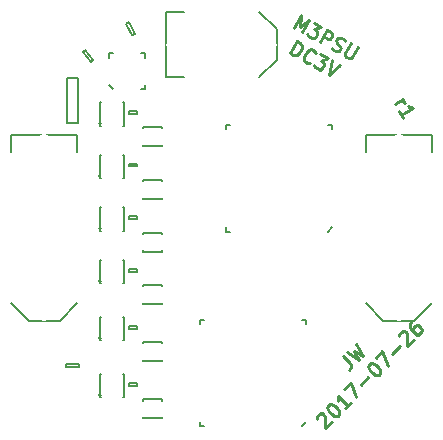
<source format=gto>
G04 #@! TF.GenerationSoftware,KiCad,Pcbnew,no-vcs-found-d3b382c~59~ubuntu16.04.1*
G04 #@! TF.CreationDate,2017-07-27T00:58:42+01:00*
G04 #@! TF.ProjectId,DCDC-3V,444344432D33562E6B696361645F7063,1*
G04 #@! TF.SameCoordinates,Original
G04 #@! TF.FileFunction,Legend,Top*
G04 #@! TF.FilePolarity,Positive*
%FSLAX46Y46*%
G04 Gerber Fmt 4.6, Leading zero omitted, Abs format (unit mm)*
G04 Created by KiCad (PCBNEW no-vcs-found-d3b382c~59~ubuntu16.04.1) date Thu Jul 27 00:58:42 2017*
%MOMM*%
%LPD*%
G01*
G04 APERTURE LIST*
%ADD10C,0.250000*%
%ADD11C,0.150000*%
%ADD12R,0.702000X0.702000*%
%ADD13R,0.250000X0.700000*%
%ADD14R,0.700000X0.250000*%
%ADD15R,0.300000X0.250000*%
%ADD16R,0.620000X0.200000*%
%ADD17R,1.100000X0.670000*%
%ADD18R,0.980000X3.400000*%
%ADD19R,0.740000X2.920000*%
%ADD20C,1.200000*%
%ADD21R,2.920000X0.740000*%
%ADD22R,0.620000X0.620000*%
%ADD23R,0.400000X0.850000*%
%ADD24R,0.400000X0.455000*%
%ADD25R,1.050000X1.100000*%
%ADD26R,1.000000X0.950000*%
%ADD27C,1.150000*%
%ADD28C,0.100000*%
%ADD29R,0.250000X0.600000*%
%ADD30R,0.600000X0.250000*%
%ADD31R,1.702000X1.702000*%
%ADD32R,1.450000X1.150000*%
%ADD33C,1.000000*%
G04 APERTURE END LIST*
D10*
X110296890Y-110874200D02*
X110902982Y-111480292D01*
X110983794Y-111641916D01*
X110983794Y-111803541D01*
X110902982Y-111965165D01*
X110822170Y-112045977D01*
X110620139Y-110550951D02*
X111670698Y-111197449D01*
X111226231Y-110429733D01*
X111993947Y-110874200D01*
X111347449Y-109823642D01*
X108069504Y-116162349D02*
X108069504Y-116081537D01*
X108109910Y-115960318D01*
X108311941Y-115758288D01*
X108433159Y-115717882D01*
X108513971Y-115717882D01*
X108635190Y-115758288D01*
X108716002Y-115839100D01*
X108796814Y-116000725D01*
X108796814Y-116970471D01*
X109322093Y-116445192D01*
X108998844Y-115071384D02*
X109079657Y-114990572D01*
X109200875Y-114950166D01*
X109281687Y-114950166D01*
X109402906Y-114990572D01*
X109604936Y-115111790D01*
X109806967Y-115313821D01*
X109928185Y-115515851D01*
X109968591Y-115637070D01*
X109968591Y-115717882D01*
X109928185Y-115839100D01*
X109847373Y-115919912D01*
X109726154Y-115960318D01*
X109645342Y-115960318D01*
X109524124Y-115919912D01*
X109322093Y-115798694D01*
X109120063Y-115596663D01*
X108998844Y-115394633D01*
X108958438Y-115273415D01*
X108958438Y-115192602D01*
X108998844Y-115071384D01*
X110938337Y-114828948D02*
X110453464Y-115313821D01*
X110695901Y-115071384D02*
X109847373Y-114222856D01*
X109887779Y-114424887D01*
X109887779Y-114586511D01*
X109847373Y-114707729D01*
X110372652Y-113697577D02*
X110938337Y-113131891D01*
X111423211Y-114344074D01*
X111786866Y-113333922D02*
X112433363Y-112687424D01*
X112473769Y-111596459D02*
X112554581Y-111515647D01*
X112675800Y-111475241D01*
X112756612Y-111475241D01*
X112877830Y-111515647D01*
X113079861Y-111636866D01*
X113281891Y-111838896D01*
X113403110Y-112040927D01*
X113443516Y-112162145D01*
X113443516Y-112242957D01*
X113403110Y-112364175D01*
X113322297Y-112444988D01*
X113201079Y-112485394D01*
X113120267Y-112485394D01*
X112999049Y-112444988D01*
X112797018Y-112323769D01*
X112594988Y-112121739D01*
X112473769Y-111919708D01*
X112433363Y-111798490D01*
X112433363Y-111717678D01*
X112473769Y-111596459D01*
X113039455Y-111030774D02*
X113605140Y-110465089D01*
X114090013Y-111677272D01*
X114453668Y-110667119D02*
X115100166Y-110020621D01*
X115019354Y-109212499D02*
X115019354Y-109131687D01*
X115059760Y-109010469D01*
X115261790Y-108808438D01*
X115383009Y-108768032D01*
X115463821Y-108768032D01*
X115585039Y-108808438D01*
X115665851Y-108889251D01*
X115746663Y-109050875D01*
X115746663Y-110020621D01*
X116271943Y-109495342D01*
X116150725Y-107919504D02*
X115989100Y-108081129D01*
X115948694Y-108202347D01*
X115948694Y-108283159D01*
X115989100Y-108485190D01*
X116110318Y-108687220D01*
X116433567Y-109010469D01*
X116554786Y-109050875D01*
X116635598Y-109050875D01*
X116756816Y-109010469D01*
X116918440Y-108848844D01*
X116958847Y-108727626D01*
X116958847Y-108646814D01*
X116918440Y-108525596D01*
X116716410Y-108323565D01*
X116595192Y-108283159D01*
X116514379Y-108283159D01*
X116393161Y-108323565D01*
X116231537Y-108485190D01*
X116191131Y-108606408D01*
X116191131Y-108687220D01*
X116231537Y-108808438D01*
X114676300Y-89552326D02*
X115369120Y-89152326D01*
X115171172Y-89266611D02*
X115298717Y-89258956D01*
X115376776Y-89279871D01*
X115483406Y-89350274D01*
X115540549Y-89449249D01*
X115362014Y-90740018D02*
X115019157Y-90146172D01*
X115190586Y-90443095D02*
X116229816Y-89843095D01*
X116024212Y-89829835D01*
X115868095Y-89788003D01*
X115761465Y-89717600D01*
X106109801Y-83084693D02*
X106691573Y-82035149D01*
X106625869Y-82978747D01*
X107391268Y-82422997D01*
X106809497Y-83472541D01*
X107791095Y-82644624D02*
X108440812Y-83004768D01*
X107869337Y-83210671D01*
X108019272Y-83293781D01*
X108091525Y-83399166D01*
X108113800Y-83476848D01*
X108108371Y-83604508D01*
X107969854Y-83854399D01*
X107864469Y-83926652D01*
X107786787Y-83948927D01*
X107659127Y-83943498D01*
X107359258Y-83777278D01*
X107287005Y-83671893D01*
X107264730Y-83594211D01*
X108308845Y-84303643D02*
X108890616Y-83254099D01*
X109290443Y-83475726D01*
X109362696Y-83581111D01*
X109384971Y-83658793D01*
X109379542Y-83786453D01*
X109296432Y-83936388D01*
X109191047Y-84008641D01*
X109113365Y-84030916D01*
X108985705Y-84025487D01*
X108585879Y-83803860D01*
X109336114Y-84807733D02*
X109458345Y-84940821D01*
X109708236Y-85079338D01*
X109835896Y-85084767D01*
X109913578Y-85062492D01*
X110018963Y-84990239D01*
X110074370Y-84890282D01*
X110079799Y-84762622D01*
X110057524Y-84684941D01*
X109985271Y-84579555D01*
X109813061Y-84418764D01*
X109740808Y-84313378D01*
X109718533Y-84235697D01*
X109723961Y-84108037D01*
X109779368Y-84008080D01*
X109884753Y-83935827D01*
X109962435Y-83913552D01*
X110090095Y-83918981D01*
X110339986Y-84057498D01*
X110462218Y-84190586D01*
X110939725Y-84389939D02*
X110468768Y-85239569D01*
X110463339Y-85367229D01*
X110485614Y-85444911D01*
X110557867Y-85550296D01*
X110757780Y-85661110D01*
X110885440Y-85666538D01*
X110963122Y-85644263D01*
X111068507Y-85572010D01*
X111539465Y-84722380D01*
X105790648Y-85251659D02*
X106372419Y-84202115D01*
X106622311Y-84340632D01*
X106744542Y-84473721D01*
X106789092Y-84629084D01*
X106783663Y-84756744D01*
X106722828Y-84984360D01*
X106639718Y-85134295D01*
X106478926Y-85306505D01*
X106373541Y-85378758D01*
X106218177Y-85423308D01*
X106040539Y-85390176D01*
X105790648Y-85251659D01*
X107495337Y-86065915D02*
X107417656Y-86088190D01*
X107240018Y-86055058D01*
X107140061Y-85999651D01*
X107017830Y-85866562D01*
X106973280Y-85711199D01*
X106978708Y-85583539D01*
X107039544Y-85355923D01*
X107122654Y-85205988D01*
X107283446Y-85033778D01*
X107388831Y-84961525D01*
X107544194Y-84916975D01*
X107721833Y-84950107D01*
X107821789Y-85005514D01*
X107944020Y-85138602D01*
X107966295Y-85216284D01*
X108371550Y-85310251D02*
X109021268Y-85670396D01*
X108449792Y-85876298D01*
X108599727Y-85959408D01*
X108671980Y-86064793D01*
X108694255Y-86142475D01*
X108688827Y-86270135D01*
X108550310Y-86520026D01*
X108444925Y-86592279D01*
X108367243Y-86614554D01*
X108239583Y-86609126D01*
X107939713Y-86442905D01*
X107867460Y-86337520D01*
X107845185Y-86259839D01*
X109321137Y-85836616D02*
X109089213Y-87080084D01*
X110020833Y-86224464D01*
D11*
X107180000Y-107795000D02*
X107180000Y-108145000D01*
X106830000Y-107795000D02*
X107180000Y-107795000D01*
X98180000Y-107795000D02*
X98180000Y-108145000D01*
X98530000Y-107795000D02*
X98180000Y-107795000D01*
X98180000Y-116795000D02*
X98180000Y-116445000D01*
X98530000Y-116795000D02*
X98180000Y-116795000D01*
X107180000Y-116445000D02*
X106830000Y-116795000D01*
X109350000Y-91340000D02*
X109350000Y-91690000D01*
X109000000Y-91340000D02*
X109350000Y-91340000D01*
X100350000Y-91340000D02*
X100350000Y-91690000D01*
X100700000Y-91340000D02*
X100350000Y-91340000D01*
X100350000Y-100340000D02*
X100350000Y-99990000D01*
X100700000Y-100340000D02*
X100350000Y-100340000D01*
X109350000Y-99990000D02*
X109000000Y-100340000D01*
X94950000Y-106450000D02*
X93350000Y-106450000D01*
X94950000Y-104850000D02*
X93350000Y-104850000D01*
X93350000Y-106450000D02*
X93350000Y-106350000D01*
X94950000Y-106350000D02*
X94950000Y-106450000D01*
X94950000Y-104850000D02*
X94950000Y-104950000D01*
X93350000Y-104950000D02*
X93350000Y-104850000D01*
X94950000Y-93100000D02*
X93350000Y-93100000D01*
X94950000Y-91500000D02*
X93350000Y-91500000D01*
X93350000Y-93100000D02*
X93350000Y-93000000D01*
X94950000Y-93000000D02*
X94950000Y-93100000D01*
X94950000Y-91500000D02*
X94950000Y-91600000D01*
X93350000Y-91600000D02*
X93350000Y-91500000D01*
X87870000Y-87325000D02*
X87870000Y-91175000D01*
X86880000Y-87325000D02*
X87870000Y-87325000D01*
X86880000Y-91175000D02*
X86880000Y-87325000D01*
X87870000Y-91175000D02*
X86880000Y-91175000D01*
X96810000Y-81715000D02*
X95310000Y-81715000D01*
X95310000Y-81715000D02*
X95310000Y-87285000D01*
X95310000Y-87285000D02*
X96810000Y-87285000D01*
X103190000Y-87285000D02*
X104690000Y-85785000D01*
X104690000Y-85785000D02*
X104690000Y-83215000D01*
X104690000Y-83215000D02*
X103190000Y-81715000D01*
X117785000Y-93635000D02*
X117785000Y-92135000D01*
X117785000Y-92135000D02*
X112215000Y-92135000D01*
X112215000Y-92135000D02*
X112215000Y-93635000D01*
X112215000Y-106365000D02*
X113715000Y-107865000D01*
X113715000Y-107865000D02*
X116285000Y-107865000D01*
X116285000Y-107865000D02*
X117785000Y-106365000D01*
X87785000Y-93635000D02*
X87785000Y-92135000D01*
X87785000Y-92135000D02*
X82215000Y-92135000D01*
X82215000Y-92135000D02*
X82215000Y-93635000D01*
X82215000Y-106365000D02*
X83715000Y-107865000D01*
X83715000Y-107865000D02*
X86285000Y-107865000D01*
X86285000Y-107865000D02*
X87785000Y-106365000D01*
X89789868Y-91185000D02*
G75*
G03X89789868Y-91185000I-94868J0D01*
G01*
X89800000Y-91375000D02*
X89725000Y-91375000D01*
X89725000Y-89375000D02*
X89800000Y-89375000D01*
X91650000Y-89375000D02*
X91725000Y-89375000D01*
X91725000Y-91375000D02*
X91650000Y-91375000D01*
X91725000Y-89375000D02*
X91725000Y-91375000D01*
X89725000Y-91375000D02*
X89725000Y-89375000D01*
X92850000Y-90375000D02*
X92200000Y-90375000D01*
X92850000Y-90125000D02*
X92850000Y-90375000D01*
X92200000Y-90125000D02*
X92850000Y-90125000D01*
X92200000Y-90375000D02*
X92200000Y-90125000D01*
X92850000Y-94825000D02*
X92200000Y-94825000D01*
X92850000Y-94575000D02*
X92850000Y-94825000D01*
X92200000Y-94575000D02*
X92850000Y-94575000D01*
X92200000Y-94825000D02*
X92200000Y-94575000D01*
X92200000Y-99275000D02*
X92200000Y-99025000D01*
X92200000Y-99025000D02*
X92850000Y-99025000D01*
X92850000Y-99025000D02*
X92850000Y-99275000D01*
X92850000Y-99275000D02*
X92200000Y-99275000D01*
X92200000Y-103725000D02*
X92200000Y-103475000D01*
X92200000Y-103475000D02*
X92850000Y-103475000D01*
X92850000Y-103475000D02*
X92850000Y-103725000D01*
X92850000Y-103725000D02*
X92200000Y-103725000D01*
X89789868Y-95631000D02*
G75*
G03X89789868Y-95631000I-94868J0D01*
G01*
X89800000Y-95821000D02*
X89725000Y-95821000D01*
X89725000Y-93821000D02*
X89800000Y-93821000D01*
X91650000Y-93821000D02*
X91725000Y-93821000D01*
X91725000Y-95821000D02*
X91650000Y-95821000D01*
X91725000Y-93821000D02*
X91725000Y-95821000D01*
X89725000Y-95821000D02*
X89725000Y-93821000D01*
X89725000Y-100271000D02*
X89725000Y-98271000D01*
X91725000Y-98271000D02*
X91725000Y-100271000D01*
X91725000Y-100271000D02*
X91650000Y-100271000D01*
X91650000Y-98271000D02*
X91725000Y-98271000D01*
X89725000Y-98271000D02*
X89800000Y-98271000D01*
X89800000Y-100271000D02*
X89725000Y-100271000D01*
X89789868Y-100081000D02*
G75*
G03X89789868Y-100081000I-94868J0D01*
G01*
X89789868Y-104535000D02*
G75*
G03X89789868Y-104535000I-94868J0D01*
G01*
X89800000Y-104725000D02*
X89725000Y-104725000D01*
X89725000Y-102725000D02*
X89800000Y-102725000D01*
X91650000Y-102725000D02*
X91725000Y-102725000D01*
X91725000Y-104725000D02*
X91650000Y-104725000D01*
X91725000Y-102725000D02*
X91725000Y-104725000D01*
X89725000Y-104725000D02*
X89725000Y-102725000D01*
X91954271Y-82729358D02*
X92180848Y-82623703D01*
X92180848Y-82623703D02*
X92645729Y-83620642D01*
X92645729Y-83620642D02*
X92419152Y-83726297D01*
X92419152Y-83726297D02*
X91954271Y-82729358D01*
X88957778Y-85961673D02*
X88250711Y-85119024D01*
X89149289Y-85800976D02*
X88957778Y-85961673D01*
X88442222Y-84958327D02*
X89149289Y-85800976D01*
X88250711Y-85119024D02*
X88442222Y-84958327D01*
X90850000Y-88249999D02*
X90500000Y-87899999D01*
X90500000Y-85599999D02*
X90500000Y-85249999D01*
X90500000Y-85249999D02*
X90850000Y-85249999D01*
X93500000Y-85599999D02*
X93500000Y-85249999D01*
X93500000Y-85249999D02*
X93150000Y-85249999D01*
X93500000Y-87899999D02*
X93500000Y-88249999D01*
X93500000Y-88249999D02*
X93150000Y-88249999D01*
X89725000Y-109547500D02*
X89725000Y-107547500D01*
X91725000Y-107547500D02*
X91725000Y-109547500D01*
X91725000Y-109547500D02*
X91650000Y-109547500D01*
X91650000Y-107547500D02*
X91725000Y-107547500D01*
X89725000Y-107547500D02*
X89800000Y-107547500D01*
X89800000Y-109547500D02*
X89725000Y-109547500D01*
X89789868Y-109357500D02*
G75*
G03X89789868Y-109357500I-94868J0D01*
G01*
X89725000Y-114375000D02*
X89725000Y-112375000D01*
X91725000Y-112375000D02*
X91725000Y-114375000D01*
X91725000Y-114375000D02*
X91650000Y-114375000D01*
X91650000Y-112375000D02*
X91725000Y-112375000D01*
X89725000Y-112375000D02*
X89800000Y-112375000D01*
X89800000Y-114375000D02*
X89725000Y-114375000D01*
X89789868Y-114185000D02*
G75*
G03X89789868Y-114185000I-94868J0D01*
G01*
X92850000Y-108550000D02*
X92200000Y-108550000D01*
X92850000Y-108300000D02*
X92850000Y-108550000D01*
X92200000Y-108300000D02*
X92850000Y-108300000D01*
X92200000Y-108550000D02*
X92200000Y-108300000D01*
X92850000Y-113375000D02*
X92200000Y-113375000D01*
X92850000Y-113125000D02*
X92850000Y-113375000D01*
X92200000Y-113125000D02*
X92850000Y-113125000D01*
X92200000Y-113375000D02*
X92200000Y-113125000D01*
X93350000Y-96085000D02*
X93350000Y-95985000D01*
X94950000Y-95985000D02*
X94950000Y-96085000D01*
X94950000Y-97485000D02*
X94950000Y-97585000D01*
X93350000Y-97585000D02*
X93350000Y-97485000D01*
X94950000Y-95985000D02*
X93350000Y-95985000D01*
X94950000Y-97585000D02*
X93350000Y-97585000D01*
X93350000Y-100525000D02*
X93350000Y-100425000D01*
X94950000Y-100425000D02*
X94950000Y-100525000D01*
X94950000Y-101925000D02*
X94950000Y-102025000D01*
X93350000Y-102025000D02*
X93350000Y-101925000D01*
X94950000Y-100425000D02*
X93350000Y-100425000D01*
X94950000Y-102025000D02*
X93350000Y-102025000D01*
X93350000Y-109800000D02*
X93350000Y-109700000D01*
X94950000Y-109700000D02*
X94950000Y-109800000D01*
X94950000Y-111200000D02*
X94950000Y-111300000D01*
X93350000Y-111300000D02*
X93350000Y-111200000D01*
X94950000Y-109700000D02*
X93350000Y-109700000D01*
X94950000Y-111300000D02*
X93350000Y-111300000D01*
X94950000Y-116150000D02*
X93350000Y-116150000D01*
X94950000Y-114550000D02*
X93350000Y-114550000D01*
X93350000Y-116150000D02*
X93350000Y-116050000D01*
X94950000Y-116050000D02*
X94950000Y-116150000D01*
X94950000Y-114550000D02*
X94950000Y-114650000D01*
X93350000Y-114650000D02*
X93350000Y-114550000D01*
X86800000Y-111800000D02*
X86800000Y-111550000D01*
X86800000Y-111550000D02*
X87900000Y-111550000D01*
X87900000Y-111550000D02*
X87900000Y-111800000D01*
X87900000Y-111800000D02*
X86800000Y-111800000D01*
%LPC*%
D12*
X100080000Y-109695000D03*
X100080000Y-110995000D03*
X100080000Y-112295000D03*
X100080000Y-113595000D03*
X100080000Y-114895000D03*
X101380000Y-109695000D03*
X101380000Y-110995000D03*
X101380000Y-112295000D03*
X101380000Y-113595000D03*
X101380000Y-114895000D03*
X102680000Y-109695000D03*
X102680000Y-110995000D03*
X102680000Y-112295000D03*
X102680000Y-113595000D03*
X102680000Y-114895000D03*
X103980000Y-109695000D03*
X103980000Y-110995000D03*
X103980000Y-112295000D03*
X103980000Y-113595000D03*
X103980000Y-114895000D03*
X105280000Y-109695000D03*
X105280000Y-110995000D03*
X105280000Y-112295000D03*
X105280000Y-113595000D03*
X105280000Y-114895000D03*
D13*
X106430000Y-116695000D03*
X105930000Y-116695000D03*
X105430000Y-116695000D03*
X104930000Y-116695000D03*
X104430000Y-116695000D03*
X103930000Y-116695000D03*
X103430000Y-116695000D03*
X102930000Y-116695000D03*
X102430000Y-116695000D03*
X101930000Y-116695000D03*
X101430000Y-116695000D03*
X100930000Y-116695000D03*
X100430000Y-116695000D03*
X99930000Y-116695000D03*
X99430000Y-116695000D03*
X98930000Y-116695000D03*
D14*
X98280000Y-116045000D03*
X98280000Y-115545000D03*
X98280000Y-115045000D03*
X98280000Y-114545000D03*
X98280000Y-114045000D03*
X98280000Y-113545000D03*
X98280000Y-113045000D03*
X98280000Y-112545000D03*
X98280000Y-112045000D03*
X98280000Y-111545000D03*
X98280000Y-111045000D03*
X98280000Y-110545000D03*
X98280000Y-110045000D03*
X98280000Y-109545000D03*
X98280000Y-109045000D03*
X98280000Y-108545000D03*
D13*
X98930000Y-107895000D03*
X99430000Y-107895000D03*
X99930000Y-107895000D03*
X100430000Y-107895000D03*
X100930000Y-107895000D03*
X101430000Y-107895000D03*
X101930000Y-107895000D03*
X102430000Y-107895000D03*
X102930000Y-107895000D03*
X103430000Y-107895000D03*
X103930000Y-107895000D03*
X104430000Y-107895000D03*
X104930000Y-107895000D03*
X105430000Y-107895000D03*
X105930000Y-107895000D03*
X106430000Y-107895000D03*
D14*
X107080000Y-108545000D03*
X107080000Y-109045000D03*
X107080000Y-109545000D03*
X107080000Y-110045000D03*
X107080000Y-110545000D03*
X107080000Y-111045000D03*
X107080000Y-111545000D03*
X107080000Y-112045000D03*
X107080000Y-112545000D03*
X107080000Y-113045000D03*
X107080000Y-113545000D03*
X107080000Y-114045000D03*
X107080000Y-114545000D03*
X107080000Y-115045000D03*
X107080000Y-115545000D03*
X107080000Y-116045000D03*
D12*
X102250000Y-93240000D03*
X102250000Y-94540000D03*
X102250000Y-95840000D03*
X102250000Y-97140000D03*
X102250000Y-98440000D03*
X103550000Y-93240000D03*
X103550000Y-94540000D03*
X103550000Y-95840000D03*
X103550000Y-97140000D03*
X103550000Y-98440000D03*
X104850000Y-93240000D03*
X104850000Y-94540000D03*
X104850000Y-95840000D03*
X104850000Y-97140000D03*
X104850000Y-98440000D03*
X106150000Y-93240000D03*
X106150000Y-94540000D03*
X106150000Y-95840000D03*
X106150000Y-97140000D03*
X106150000Y-98440000D03*
X107450000Y-93240000D03*
X107450000Y-94540000D03*
X107450000Y-95840000D03*
X107450000Y-97140000D03*
X107450000Y-98440000D03*
D13*
X108600000Y-100240000D03*
X108100000Y-100240000D03*
X107600000Y-100240000D03*
X107100000Y-100240000D03*
X106600000Y-100240000D03*
X106100000Y-100240000D03*
X105600000Y-100240000D03*
X105100000Y-100240000D03*
X104600000Y-100240000D03*
X104100000Y-100240000D03*
X103600000Y-100240000D03*
X103100000Y-100240000D03*
X102600000Y-100240000D03*
X102100000Y-100240000D03*
X101600000Y-100240000D03*
X101100000Y-100240000D03*
D14*
X100450000Y-99590000D03*
X100450000Y-99090000D03*
X100450000Y-98590000D03*
X100450000Y-98090000D03*
X100450000Y-97590000D03*
X100450000Y-97090000D03*
X100450000Y-96590000D03*
X100450000Y-96090000D03*
X100450000Y-95590000D03*
X100450000Y-95090000D03*
X100450000Y-94590000D03*
X100450000Y-94090000D03*
X100450000Y-93590000D03*
X100450000Y-93090000D03*
X100450000Y-92590000D03*
X100450000Y-92090000D03*
D13*
X101100000Y-91440000D03*
X101600000Y-91440000D03*
X102100000Y-91440000D03*
X102600000Y-91440000D03*
X103100000Y-91440000D03*
X103600000Y-91440000D03*
X104100000Y-91440000D03*
X104600000Y-91440000D03*
X105100000Y-91440000D03*
X105600000Y-91440000D03*
X106100000Y-91440000D03*
X106600000Y-91440000D03*
X107100000Y-91440000D03*
X107600000Y-91440000D03*
X108100000Y-91440000D03*
X108600000Y-91440000D03*
D14*
X109250000Y-92090000D03*
X109250000Y-92590000D03*
X109250000Y-93090000D03*
X109250000Y-93590000D03*
X109250000Y-94090000D03*
X109250000Y-94590000D03*
X109250000Y-95090000D03*
X109250000Y-95590000D03*
X109250000Y-96090000D03*
X109250000Y-96590000D03*
X109250000Y-97090000D03*
X109250000Y-97590000D03*
X109250000Y-98090000D03*
X109250000Y-98590000D03*
X109250000Y-99090000D03*
X109250000Y-99590000D03*
D15*
X94850000Y-105150000D03*
X94850000Y-105650000D03*
X94850000Y-106150000D03*
D16*
X94210000Y-106150000D03*
D17*
X94150000Y-105440000D03*
D15*
X93450000Y-105150000D03*
X93450000Y-105650000D03*
X93450000Y-106150000D03*
X94850000Y-91800000D03*
X94850000Y-92300000D03*
X94850000Y-92800000D03*
D16*
X94210000Y-92800000D03*
D17*
X94150000Y-92090000D03*
D15*
X93450000Y-91800000D03*
X93450000Y-92300000D03*
X93450000Y-92800000D03*
D18*
X86190000Y-89250000D03*
X88560000Y-89250000D03*
D19*
X97460000Y-86215000D03*
X97460000Y-82785000D03*
X98730000Y-86215000D03*
X98730000Y-82785000D03*
X100000000Y-86215000D03*
X100000000Y-82785000D03*
X101270000Y-86215000D03*
X101270000Y-82785000D03*
X102540000Y-86215000D03*
X102540000Y-82785000D03*
D20*
X115000000Y-107305000D03*
X115000000Y-92695000D03*
D21*
X113285000Y-94285000D03*
X116715000Y-94285000D03*
X113285000Y-95555000D03*
X116715000Y-95555000D03*
X113285000Y-96825000D03*
X116715000Y-96825000D03*
X113285000Y-98095000D03*
X116715000Y-98095000D03*
X113285000Y-99365000D03*
X116715000Y-99365000D03*
X113285000Y-100635000D03*
X116715000Y-100635000D03*
X113285000Y-101905000D03*
X116715000Y-101905000D03*
X113285000Y-103175000D03*
X116715000Y-103175000D03*
X113285000Y-104445000D03*
X116715000Y-104445000D03*
X113285000Y-105715000D03*
X116715000Y-105715000D03*
D20*
X85000000Y-107305000D03*
X85000000Y-92695000D03*
D21*
X83285000Y-94285000D03*
X86715000Y-94285000D03*
X83285000Y-95555000D03*
X86715000Y-95555000D03*
X83285000Y-96825000D03*
X86715000Y-96825000D03*
X83285000Y-98095000D03*
X86715000Y-98095000D03*
X83285000Y-99365000D03*
X86715000Y-99365000D03*
X83285000Y-100635000D03*
X86715000Y-100635000D03*
X83285000Y-101905000D03*
X86715000Y-101905000D03*
X83285000Y-103175000D03*
X86715000Y-103175000D03*
X83285000Y-104445000D03*
X86715000Y-104445000D03*
X83285000Y-105715000D03*
X86715000Y-105715000D03*
D20*
X104130000Y-84500000D03*
X95870000Y-84500000D03*
D22*
X108075000Y-111325000D03*
X108075000Y-110425000D03*
X99950000Y-117850000D03*
X100850000Y-117850000D03*
X108075000Y-108550000D03*
X108075000Y-109450000D03*
X97225000Y-111875000D03*
X97225000Y-110975000D03*
X102225000Y-106675000D03*
X102225000Y-105775000D03*
X97325000Y-108775000D03*
X97325000Y-107875000D03*
X104075000Y-105775000D03*
X104075000Y-106675000D03*
X97525000Y-106925000D03*
X98425000Y-106925000D03*
X105000000Y-105775000D03*
X105000000Y-106675000D03*
X103150000Y-105775000D03*
X103150000Y-106675000D03*
X101300000Y-105775000D03*
X101300000Y-106675000D03*
X90975000Y-93050000D03*
X90075000Y-93050000D03*
X90975000Y-97500000D03*
X90075000Y-97500000D03*
X90975000Y-101950000D03*
X90075000Y-101950000D03*
X90975000Y-106400000D03*
X90075000Y-106400000D03*
X90075000Y-92125000D03*
X90975000Y-92125000D03*
X90075000Y-96575000D03*
X90975000Y-96575000D03*
X90075000Y-101025000D03*
X90975000Y-101025000D03*
X90075000Y-105475000D03*
X90975000Y-105475000D03*
D23*
X91375000Y-90279000D03*
D24*
X91375000Y-89452500D03*
X91375000Y-91297500D03*
X90725000Y-89452500D03*
X90075000Y-89452500D03*
X90075000Y-91297500D03*
D25*
X90400000Y-90375000D03*
D24*
X90725000Y-91297500D03*
D26*
X92525000Y-89450000D03*
X92525000Y-91050000D03*
X92525000Y-93900000D03*
X92525000Y-95500000D03*
X92525000Y-99950000D03*
X92525000Y-98350000D03*
X92525000Y-104400000D03*
X92525000Y-102800000D03*
D23*
X91375000Y-94725000D03*
D24*
X91375000Y-93898500D03*
X91375000Y-95743500D03*
X90725000Y-93898500D03*
X90075000Y-93898500D03*
X90075000Y-95743500D03*
D25*
X90400000Y-94821000D03*
D24*
X90725000Y-95743500D03*
X90725000Y-100193500D03*
D25*
X90400000Y-99271000D03*
D24*
X90075000Y-100193500D03*
X90075000Y-98348500D03*
X90725000Y-98348500D03*
X91375000Y-100193500D03*
X91375000Y-98348500D03*
D23*
X91375000Y-99175000D03*
X91375000Y-103629000D03*
D24*
X91375000Y-102802500D03*
X91375000Y-104647500D03*
X90725000Y-102802500D03*
X90075000Y-102802500D03*
X90075000Y-104647500D03*
D25*
X90400000Y-103725000D03*
D24*
X90725000Y-104647500D03*
D27*
X91484323Y-83555356D03*
D28*
G36*
X91269594Y-84455435D02*
X90656798Y-83141288D01*
X91699052Y-82655277D01*
X92311848Y-83969424D01*
X91269594Y-84455435D01*
X91269594Y-84455435D01*
G37*
D27*
X93115677Y-82794644D03*
D28*
G36*
X92900948Y-83694723D02*
X92288152Y-82380576D01*
X93330406Y-81894565D01*
X93943202Y-83208712D01*
X92900948Y-83694723D01*
X92900948Y-83694723D01*
G37*
D22*
X94150000Y-84400000D03*
X93250000Y-84400000D03*
X94320000Y-86250000D03*
X94320000Y-87150000D03*
D27*
X89389440Y-84881491D03*
D28*
G36*
X89414985Y-85806476D02*
X88482943Y-84695712D01*
X89363895Y-83956506D01*
X90295937Y-85067270D01*
X89414985Y-85806476D01*
X89414985Y-85806476D01*
G37*
D27*
X88010560Y-86038509D03*
D28*
G36*
X88036105Y-86963494D02*
X87104063Y-85852730D01*
X87985015Y-85113524D01*
X88917057Y-86224288D01*
X88036105Y-86963494D01*
X88036105Y-86963494D01*
G37*
D22*
X102825000Y-101375000D03*
X101925000Y-101375000D03*
X110250000Y-92500000D03*
X110250000Y-93400000D03*
D29*
X91249999Y-88149999D03*
X91750000Y-88149999D03*
X92250000Y-88149999D03*
X92750001Y-88149999D03*
D30*
X93400000Y-87500000D03*
X93400000Y-86999999D03*
X93400000Y-86499999D03*
X93400000Y-85999998D03*
D29*
X92750001Y-85349999D03*
X92250000Y-85349999D03*
X91750000Y-85349999D03*
X91249999Y-85349999D03*
D30*
X90600000Y-85999998D03*
X90600000Y-86499999D03*
X90600000Y-86999999D03*
X90600000Y-87500000D03*
D31*
X92000000Y-86749999D03*
D22*
X105925000Y-105775000D03*
X105925000Y-106675000D03*
X110250000Y-94375000D03*
X110250000Y-95275000D03*
X99450000Y-94650000D03*
X99450000Y-95550000D03*
D24*
X90725000Y-109470000D03*
D25*
X90400000Y-108547500D03*
D24*
X90075000Y-109470000D03*
X90075000Y-107625000D03*
X90725000Y-107625000D03*
X91375000Y-109470000D03*
X91375000Y-107625000D03*
D23*
X91375000Y-108451500D03*
D24*
X90725000Y-114297500D03*
D25*
X90400000Y-113375000D03*
D24*
X90075000Y-114297500D03*
X90075000Y-112452500D03*
X90725000Y-112452500D03*
X91375000Y-114297500D03*
X91375000Y-112452500D03*
D23*
X91375000Y-113279000D03*
D22*
X104425000Y-89325000D03*
X104425000Y-90225000D03*
X98550000Y-92350000D03*
X99450000Y-92350000D03*
X106275000Y-89325000D03*
X106275000Y-90225000D03*
X98550000Y-91425000D03*
X99450000Y-91425000D03*
X107200000Y-89325000D03*
X107200000Y-90225000D03*
X108125000Y-89325000D03*
X108125000Y-90225000D03*
X105350000Y-90225000D03*
X105350000Y-89325000D03*
X103500000Y-90225000D03*
X103500000Y-89325000D03*
X90075000Y-111225000D03*
X90975000Y-111225000D03*
X90075000Y-110300000D03*
X90975000Y-110300000D03*
D26*
X92525000Y-107625000D03*
X92525000Y-109225000D03*
D22*
X90975000Y-116050000D03*
X90075000Y-116050000D03*
X90975000Y-115125000D03*
X90075000Y-115125000D03*
D26*
X92525000Y-112450000D03*
X92525000Y-114050000D03*
D15*
X93450000Y-97285000D03*
X93450000Y-96785000D03*
X93450000Y-96285000D03*
D17*
X94150000Y-96575000D03*
D16*
X94210000Y-97285000D03*
D15*
X94850000Y-97285000D03*
X94850000Y-96785000D03*
X94850000Y-96285000D03*
X93450000Y-101725000D03*
X93450000Y-101225000D03*
X93450000Y-100725000D03*
D17*
X94150000Y-101015000D03*
D16*
X94210000Y-101725000D03*
D15*
X94850000Y-101725000D03*
X94850000Y-101225000D03*
X94850000Y-100725000D03*
X93450000Y-111000000D03*
X93450000Y-110500000D03*
X93450000Y-110000000D03*
D17*
X94150000Y-110290000D03*
D16*
X94210000Y-111000000D03*
D15*
X94850000Y-111000000D03*
X94850000Y-110500000D03*
X94850000Y-110000000D03*
X94850000Y-114850000D03*
X94850000Y-115350000D03*
X94850000Y-115850000D03*
D16*
X94210000Y-115850000D03*
D17*
X94150000Y-115140000D03*
D15*
X93450000Y-114850000D03*
X93450000Y-115350000D03*
X93450000Y-115850000D03*
D22*
X93675000Y-93550000D03*
X94575000Y-93550000D03*
X94575000Y-98025000D03*
X93675000Y-98025000D03*
X93675000Y-102475000D03*
X94575000Y-102475000D03*
X95125000Y-106875000D03*
X94225000Y-106875000D03*
X93675000Y-111875000D03*
X94575000Y-111875000D03*
X94600000Y-116775000D03*
X93700000Y-116775000D03*
D32*
X87350000Y-112575000D03*
X87350000Y-110775000D03*
D33*
X113950000Y-90475000D03*
X112425000Y-88825000D03*
X110825000Y-87425000D03*
X106250000Y-86775000D03*
M02*

</source>
